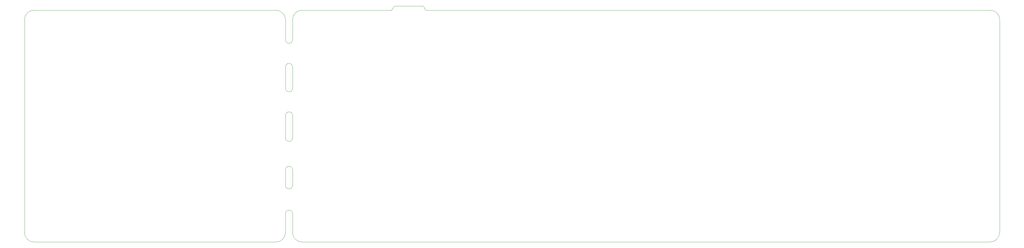
<source format=gbr>
G04 #@! TF.GenerationSoftware,KiCad,Pcbnew,(5.1.2-1)-1*
G04 #@! TF.CreationDate,2020-05-14T19:55:08-05:00*
G04 #@! TF.ProjectId,therick64BASP,74686572-6963-46b3-9634-424153502e6b,rev?*
G04 #@! TF.SameCoordinates,Original*
G04 #@! TF.FileFunction,Profile,NP*
%FSLAX46Y46*%
G04 Gerber Fmt 4.6, Leading zero omitted, Abs format (unit mm)*
G04 Created by KiCad (PCBNEW (5.1.2-1)-1) date 2020-05-14 19:55:08*
%MOMM*%
%LPD*%
G04 APERTURE LIST*
%ADD10C,0.050000*%
G04 APERTURE END LIST*
D10*
X133759999Y-115140002D02*
X133759645Y-109059713D01*
X50159999Y-46740002D02*
X50159999Y-115140002D01*
X133759645Y-109059713D02*
G75*
G02X136039645Y-109059713I1140000J0D01*
G01*
X136039645Y-99939737D02*
G75*
G02X133759645Y-99939737I-1140000J0D01*
G01*
X133759645Y-94999750D02*
G75*
G02X136039645Y-94999750I1140000J0D01*
G01*
X136039645Y-84739777D02*
G75*
G02X133759645Y-84739777I-1140000J0D01*
G01*
X133759645Y-77519796D02*
G75*
G02X136039645Y-77519796I1140000J0D01*
G01*
X136039645Y-68779819D02*
G75*
G02X133759645Y-68779819I-1140000J0D01*
G01*
X133759999Y-61939837D02*
G75*
G02X136039999Y-61939837I1140000J0D01*
G01*
X136039645Y-53199860D02*
G75*
G02X133759645Y-53199860I-1140000J0D01*
G01*
X136039999Y-61939837D02*
X136039645Y-68779819D01*
X133759999Y-61939837D02*
X133759645Y-68779819D01*
X136039999Y-99939737D02*
X136039999Y-94999750D01*
X133759645Y-94999750D02*
X133759645Y-99939737D01*
X136039999Y-46740002D02*
X136039645Y-53199860D01*
X133759645Y-53199860D02*
X133759999Y-46740002D01*
X136039999Y-115140002D02*
X136039999Y-109059713D01*
X136039642Y-77519796D02*
X136039642Y-84739777D01*
X133759645Y-84739777D02*
X133759645Y-77519796D01*
X168200019Y-43146302D02*
X168200043Y-43181818D01*
X178357479Y-43181818D02*
X178357479Y-43146302D01*
X168200043Y-43181818D02*
G75*
G02X167681859Y-43700002I-518184J0D01*
G01*
X178875663Y-43700002D02*
G75*
G02X178357479Y-43181818I0J518184D01*
G01*
X168977259Y-42369062D02*
X177580239Y-42369062D01*
X168200019Y-43146302D02*
G75*
G02X168977259Y-42369062I777240J0D01*
G01*
X177580239Y-42369062D02*
G75*
G02X178357479Y-43146302I0J-777240D01*
G01*
X130719999Y-118180002D02*
X53199999Y-118180002D01*
X53199999Y-43700002D02*
X130719999Y-43700002D01*
X50159999Y-46740002D02*
G75*
G02X53199999Y-43700002I3040000J0D01*
G01*
X53199999Y-118180002D02*
G75*
G02X50159999Y-115140002I0J3040000D01*
G01*
X362519999Y-115140002D02*
G75*
G02X359479999Y-118180002I-3040000J0D01*
G01*
X359479999Y-43700002D02*
G75*
G02X362519999Y-46740002I0J-3040000D01*
G01*
X139079999Y-118180002D02*
G75*
G02X136039999Y-115140002I0J3040000D01*
G01*
X136039999Y-46738752D02*
G75*
G02X139079999Y-43698752I3040000J0D01*
G01*
X130719999Y-43700002D02*
G75*
G02X133759999Y-46740002I0J-3040000D01*
G01*
X133759999Y-115140002D02*
G75*
G02X130719999Y-118180002I-3040000J0D01*
G01*
X167681859Y-43700002D02*
X139079999Y-43698752D01*
X139079999Y-118180002D02*
X359479999Y-118180002D01*
X359479999Y-43701252D02*
X178875663Y-43700002D01*
X362519999Y-115140002D02*
X362519999Y-46740002D01*
M02*

</source>
